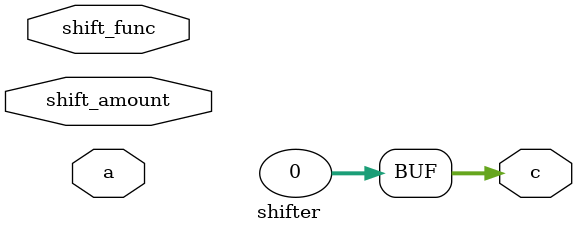
<source format=v>

`include "define.h"
module 
shifter(a,c,shift_func,shift_amount);
	input [31:0] a;
	output [31:0] c;
	input [1:0] shift_func;
	input [4:0] shift_amount;

	 reg [31:0] c=0;




endmodule
</source>
